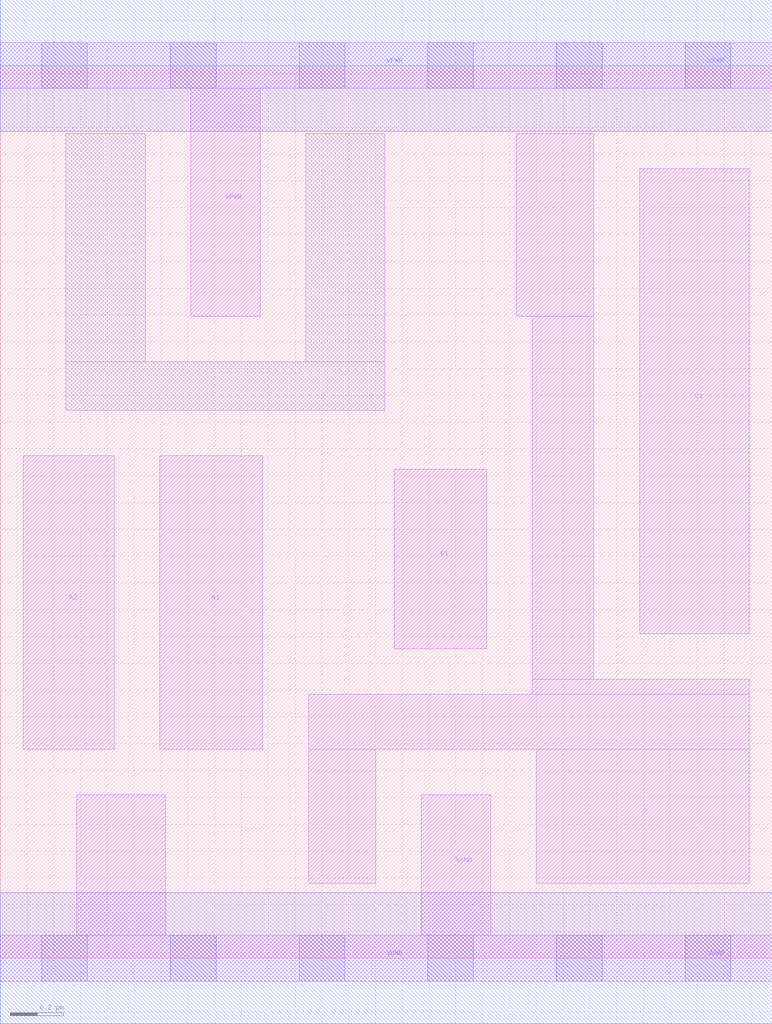
<source format=lef>
# Copyright 2020 The SkyWater PDK Authors
#
# Licensed under the Apache License, Version 2.0 (the "License");
# you may not use this file except in compliance with the License.
# You may obtain a copy of the License at
#
#     https://www.apache.org/licenses/LICENSE-2.0
#
# Unless required by applicable law or agreed to in writing, software
# distributed under the License is distributed on an "AS IS" BASIS,
# WITHOUT WARRANTIES OR CONDITIONS OF ANY KIND, either express or implied.
# See the License for the specific language governing permissions and
# limitations under the License.
#
# SPDX-License-Identifier: Apache-2.0

VERSION 5.7 ;
  NAMESCASESENSITIVE ON ;
  NOWIREEXTENSIONATPIN ON ;
  DIVIDERCHAR "/" ;
  BUSBITCHARS "[]" ;
UNITS
  DATABASE MICRONS 200 ;
END UNITS
MACRO sky130_fd_sc_lp__a211oi_0
  CLASS CORE ;
  SOURCE USER ;
  FOREIGN sky130_fd_sc_lp__a211oi_0 ;
  ORIGIN  0.000000  0.000000 ;
  SIZE  2.880000 BY  3.330000 ;
  SYMMETRY X Y R90 ;
  SITE unit ;
  PIN A1
    ANTENNAGATEAREA  0.159000 ;
    DIRECTION INPUT ;
    USE SIGNAL ;
    PORT
      LAYER li1 ;
        RECT 0.595000 0.780000 0.980000 1.875000 ;
    END
  END A1
  PIN A2
    ANTENNAGATEAREA  0.159000 ;
    DIRECTION INPUT ;
    USE SIGNAL ;
    PORT
      LAYER li1 ;
        RECT 0.085000 0.780000 0.425000 1.875000 ;
    END
  END A2
  PIN B1
    ANTENNAGATEAREA  0.159000 ;
    DIRECTION INPUT ;
    USE SIGNAL ;
    PORT
      LAYER li1 ;
        RECT 1.470000 1.155000 1.815000 1.825000 ;
    END
  END B1
  PIN C1
    ANTENNAGATEAREA  0.159000 ;
    DIRECTION INPUT ;
    USE SIGNAL ;
    PORT
      LAYER li1 ;
        RECT 2.385000 1.210000 2.795000 2.945000 ;
    END
  END C1
  PIN Y
    ANTENNADIFFAREA  0.541300 ;
    DIRECTION OUTPUT ;
    USE SIGNAL ;
    PORT
      LAYER li1 ;
        RECT 1.150000 0.280000 1.400000 0.780000 ;
        RECT 1.150000 0.780000 2.795000 0.985000 ;
        RECT 1.925000 2.395000 2.215000 3.075000 ;
        RECT 1.985000 0.985000 2.795000 1.040000 ;
        RECT 1.985000 1.040000 2.215000 2.395000 ;
        RECT 2.000000 0.280000 2.795000 0.780000 ;
    END
  END Y
  PIN VGND
    DIRECTION INOUT ;
    USE GROUND ;
    PORT
      LAYER li1 ;
        RECT 0.000000 -0.085000 2.880000 0.085000 ;
        RECT 0.285000  0.085000 0.615000 0.610000 ;
        RECT 1.570000  0.085000 1.830000 0.610000 ;
      LAYER mcon ;
        RECT 0.155000 -0.085000 0.325000 0.085000 ;
        RECT 0.635000 -0.085000 0.805000 0.085000 ;
        RECT 1.115000 -0.085000 1.285000 0.085000 ;
        RECT 1.595000 -0.085000 1.765000 0.085000 ;
        RECT 2.075000 -0.085000 2.245000 0.085000 ;
        RECT 2.555000 -0.085000 2.725000 0.085000 ;
      LAYER met1 ;
        RECT 0.000000 -0.245000 2.880000 0.245000 ;
    END
  END VGND
  PIN VPWR
    DIRECTION INOUT ;
    USE POWER ;
    PORT
      LAYER li1 ;
        RECT 0.000000 3.245000 2.880000 3.415000 ;
        RECT 0.710000 2.395000 0.970000 3.245000 ;
      LAYER mcon ;
        RECT 0.155000 3.245000 0.325000 3.415000 ;
        RECT 0.635000 3.245000 0.805000 3.415000 ;
        RECT 1.115000 3.245000 1.285000 3.415000 ;
        RECT 1.595000 3.245000 1.765000 3.415000 ;
        RECT 2.075000 3.245000 2.245000 3.415000 ;
        RECT 2.555000 3.245000 2.725000 3.415000 ;
      LAYER met1 ;
        RECT 0.000000 3.085000 2.880000 3.575000 ;
    END
  END VPWR
  OBS
    LAYER li1 ;
      RECT 0.245000 2.045000 1.435000 2.225000 ;
      RECT 0.245000 2.225000 0.540000 3.075000 ;
      RECT 1.140000 2.225000 1.435000 3.075000 ;
  END
END sky130_fd_sc_lp__a211oi_0

</source>
